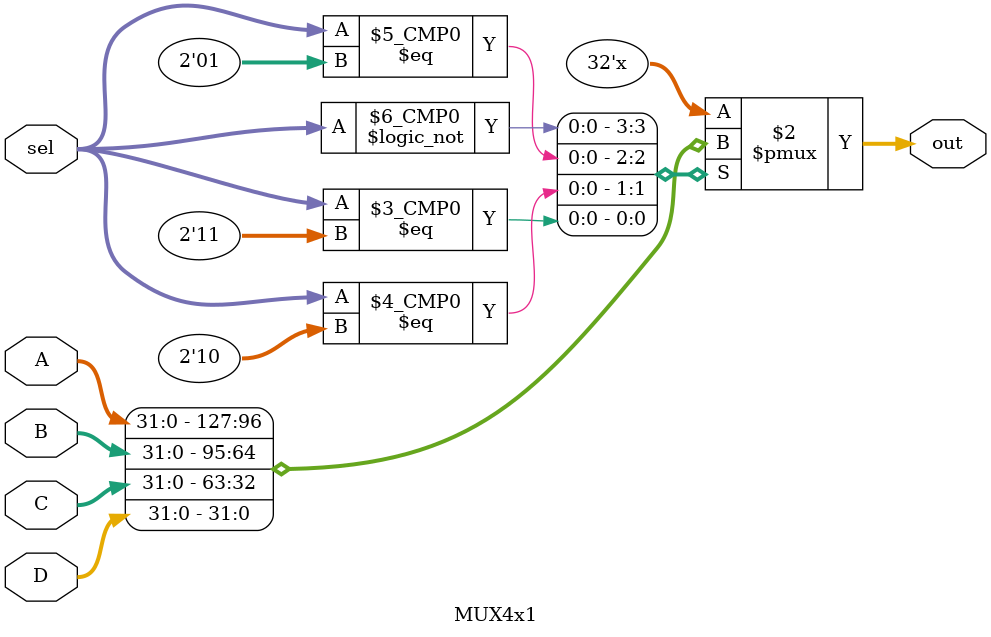
<source format=v>
module MUX4x1 (input [1:0]sel, input [31:0]A, input[31:0]B, input[31:0]C, input[31:0]D, output reg [31:0] out);

always@(*) begin

case(sel)

2'b00: out = A;
2'b01: out = B;
2'b10: out = C;
2'b11: out = D;

endcase
end

endmodule

</source>
